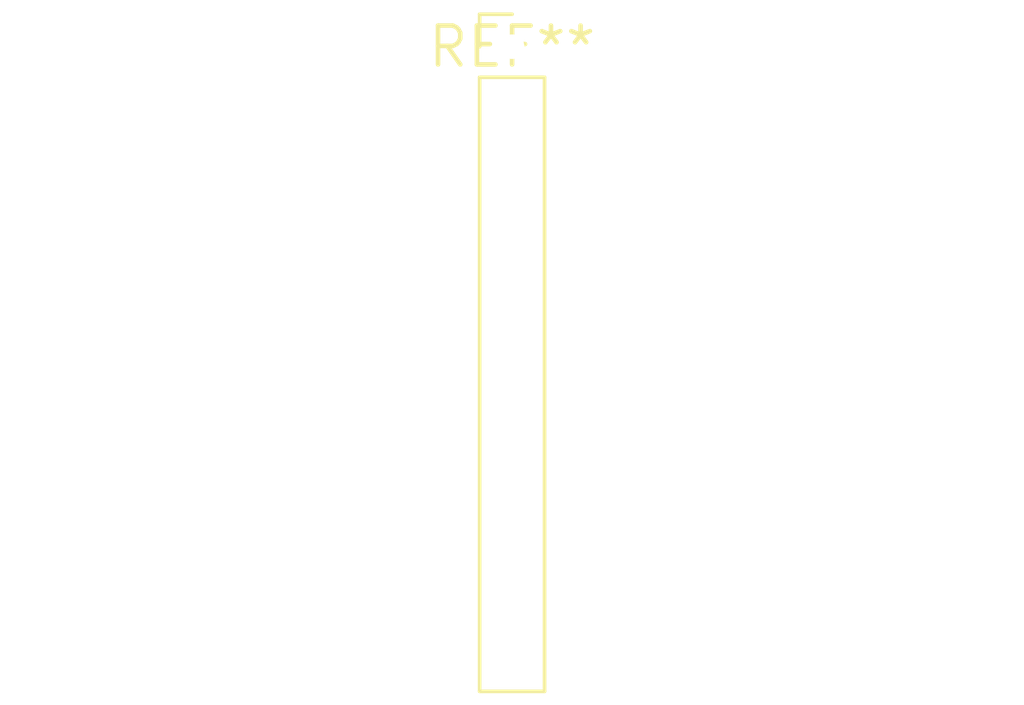
<source format=kicad_pcb>
(kicad_pcb (version 20240108) (generator pcbnew)
  (layers (0 "F.Cu" signal) (31 "B.Cu" signal) (34 "B.Paste" user) (35 "F.Paste" user) (36 "B.SilkS" user "B.Silkscreen") (37 "F.SilkS" user "F.Silkscreen") (38 "B.Mask" user) (39 "F.Mask" user) (44 "Edge.Cuts" user))
  (net 0 "")
  (footprint "PinHeader_1x11_P2.00mm_Vertical" (layer "F.Cu") (at 0 0)
    (property "Reference" "REF**")
    (property "Value" "PinHeader_1x11_P2.00mm_Vertical")
    (fp_line (start -1.06 -1.06) (end 0 -1.06) (layer "F.SilkS") (stroke (width 0.12)))
    (fp_line (start -1.06 0) (end -1.06 -1.06) (layer "F.SilkS") (stroke (width 0.12)))
    (fp_line (start -1.06 1) (end -1.06 21.06) (layer "F.SilkS") (stroke (width 0.12)))
    (fp_line (start -1.06 1) (end 1.06 1) (layer "F.SilkS") (stroke (width 0.12)))
    (fp_line (start -1.06 21.06) (end 1.06 21.06) (layer "F.SilkS") (stroke (width 0.12)))
    (fp_line (start 1.06 1) (end 1.06 21.06) (layer "F.SilkS") (stroke (width 0.12)))
    (pad "1" thru_hole rect (at 0 0) (size 1.35 1.35) (drill 0.8) (layers *.Cu *.Mask) (remove_unused_layers))
    (pad "2" thru_hole oval (at 0 2) (size 1.35 1.35) (drill 0.8) (layers *.Cu *.Mask) (remove_unused_layers))
    (pad "3" thru_hole oval (at 0 4) (size 1.35 1.35) (drill 0.8) (layers *.Cu *.Mask) (remove_unused_layers))
    (pad "4" thru_hole oval (at 0 6) (size 1.35 1.35) (drill 0.8) (layers *.Cu *.Mask) (remove_unused_layers))
    (pad "5" thru_hole oval (at 0 8) (size 1.35 1.35) (drill 0.8) (layers *.Cu *.Mask) (remove_unused_layers))
    (pad "6" thru_hole oval (at 0 10) (size 1.35 1.35) (drill 0.8) (layers *.Cu *.Mask) (remove_unused_layers))
    (pad "7" thru_hole oval (at 0 12) (size 1.35 1.35) (drill 0.8) (layers *.Cu *.Mask) (remove_unused_layers))
    (pad "8" thru_hole oval (at 0 14) (size 1.35 1.35) (drill 0.8) (layers *.Cu *.Mask) (remove_unused_layers))
    (pad "9" thru_hole oval (at 0 16) (size 1.35 1.35) (drill 0.8) (layers *.Cu *.Mask) (remove_unused_layers))
    (pad "10" thru_hole oval (at 0 18) (size 1.35 1.35) (drill 0.8) (layers *.Cu *.Mask) (remove_unused_layers))
    (pad "11" thru_hole oval (at 0 20) (size 1.35 1.35) (drill 0.8) (layers *.Cu *.Mask) (remove_unused_layers))
  )
)
</source>
